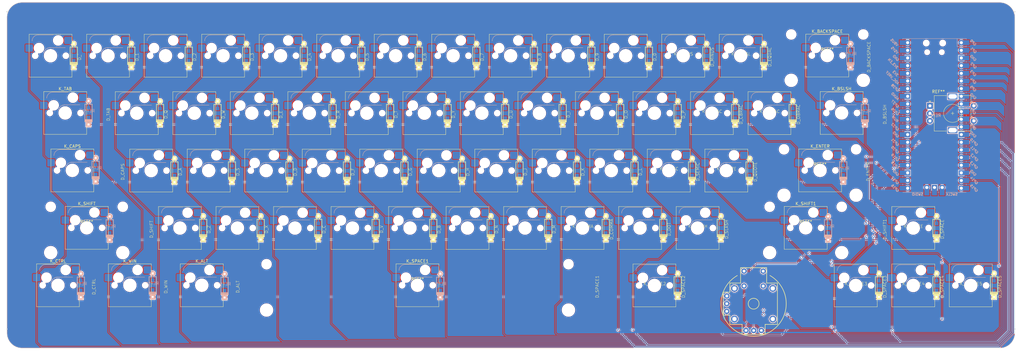
<source format=kicad_pcb>
(kicad_pcb (version 20221018) (generator pcbnew)
  (layers (0 "F.Cu" signal) (31 "B.Cu" signal) (34 "B.Paste" user) (35 "F.Paste" user) (36 "B.SilkS" user "B.Silkscreen") (37 "F.SilkS" user "F.Silkscreen") (38 "B.Mask" user) (39 "F.Mask" user) (44 "Edge.Cuts" user))
  (net 0 "")
  (footprint "personal:nothing" (layer "F.Cu") (at 440.50009 207.922334 90)
    (fp_text reference "D_ENTER")
    (fp_text value "D")
  )
  (footprint "personal:1u mx hotswap with diode" (layer "F.Cu") (at 244.73759 226.472334)
    (fp_text reference "K_C")
    (fp_text value "KEYSW")
  )
  (footprint "Mounting_Keyboard_Stabilizer:Stabilizer_Cherry_MX_2.00u" (layer "F.Cu") (at 418.56884 207.422334)
    (fp_text reference "REF**")
    (fp_text value "Stabilizer_Cherry_MX_2.00u")
  )
  (footprint "personal:1u mx hotswap with diode" (layer "F.Cu") (at 282.83759 226.472334)
    (fp_text reference "K_B")
    (fp_text value "KEYSW")
  )
  (footprint "personal:1u mx hotswap with diode" (layer "F.Cu") (at 292.36259 207.422334)
    (fp_text reference "K_H")
    (fp_text value "KEYSW")
  )
  (footprint "personal:nothing" (layer "F.Cu") (at 226.18759 246.022334 90)
    (fp_text reference "D_ALT")
    (fp_text value "D")
  )
  (footprint "personal:1u mx hotswap with diode" (layer "F.Cu") (at 182.82509 169.322334)
    (fp_text reference "K_1")
    (fp_text value "KEYSW")
  )
  (footprint "personal:nothing" (layer "F.Cu") (at 292.86259 226.972334 90)
    (fp_text reference "D_B")
    (fp_text value "D")
  )
  (footprint "Switch_Keyboard_Hotswap_Kailh:SW_Hotswap_Kailh_MX_2.00u" (layer "F.Cu") (at 420.95009 169.322334)
    (fp_text reference "K_BACKSPACE")
    (fp_text value "KEYSW")
  )
  (footprint "personal:nothing" (layer "F.Cu") (at 216.66259 226.972334 90)
    (fp_text reference "D_Z")
    (fp_text value "D")
  )
  (footprint "personal:nothing" (layer "F.Cu") (at 178.56259 246.022334 90)
    (fp_text reference "D_CTRL")
    (fp_text value "D")
  )
  (footprint "personal:nothing" (layer "F.Cu") (at 345.25009 169.822334 90)
    (fp_text reference "D_9")
    (fp_text value "D")
  )
  (footprint "personal:1u mx hotswap with diode" (layer "F.Cu") (at 197.11259 207.422334)
    (fp_text reference "K_A")
    (fp_text value "KEYSW")
  )
  (footprint "personal:1u mx hotswap with diode" (layer "F.Cu") (at 311.41259 207.422334)
    (fp_text reference "K_J")
    (fp_text value "KEYSW")
  )
  (footprint "personal:nothing" (layer "F.Cu") (at 311.91259 226.972334 90)
    (fp_text reference "D_N")
    (fp_text value "D")
  )
  (footprint "personal:nothing" (layer "F.Cu") (at 297.62509 188.872334 90)
    (fp_text reference "D_Y")
    (fp_text value "D")
  )
  (footprint "personal:1u mx hotswap with diode" (layer "F.Cu") (at 325.70009 188.372334)
    (fp_text reference "K_I")
    (fp_text value "KEYSW")
  )
  (footprint "Switch_Keyboard_Hotswap_Kailh:SW_Hotswap_Kailh_MX_1.25u" (layer "F.Cu") (at 189.96884 245.522334)
    (fp_text reference "K_WIN")
    (fp_text value "KEYSW")
  )
  (footprint "PS4_joystick_footprint-main:PS4_joystick" (layer "F.Cu") (at 396.566235 251.639321)
    (fp_text reference "REF**" hide)
    (fp_text value "XDCR_COM-09032" hide)
  )
  (footprint "personal:1u mx hotswap with diode" (layer "F.Cu") (at 449.52509 245.522334)
    (fp_text reference "K_SPACE4")
    (fp_text value "KEYSW")
  )
  (footprint "personal:nothing" (layer "F.Cu") (at 383.35009 169.822334 90)
    (fp_text reference "D_MINUS")
    (fp_text value "D")
  )
  (footprint "personal:nothing" (layer "F.Cu") (at 269.05009 169.822334 90)
    (fp_text reference "D_5")
    (fp_text value "D")
  )
  (footprint "personal:nothing" (layer "F.Cu") (at 288.10009 169.822334 90)
    (fp_text reference "D_6")
    (fp_text value "D")
  )
  (footprint "personal:nothing" (layer "F.Cu") (at 335.72509 188.872334 90)
    (fp_text reference "D_I")
    (fp_text value "D")
  )
  (footprint "personal:nothing" (layer "F.Cu") (at 316.67509 188.872334 90)
    (fp_text reference "D_U")
    (fp_text value "D")
  )
  (footprint "personal:nothing" (layer "F.Cu") (at 402.40009 169.822334 90)
    (fp_text reference "D_EQUAL")
    (fp_text value "D")
  )
  (footprint "personal:nothing" (layer "F.Cu") (at 440.50009 188.872334 90)
    (fp_text reference "D_BSLSH")
    (fp_text value "D")
  )
  (footprint "personal:1u mx hotswap with diode" (layer "F.Cu") (at 468.57509 245.522334)
    (fp_text reference "K_SPACE5")
    (fp_text value "KEYSW")
  )
  (footprint "Switch_Keyboard_Hotswap_Kailh:SW_Hotswap_Kailh_MX_1.75u" (layer "F.Cu") (at 170.91884 207.422334)
    (fp_text reference "K_CAPS")
    (fp_text value "KEYSW")
  )
  (footprint "Mounting_Keyboard_Stabilizer:Stabilizer_Cherry_MX_6.25u" (layer "F.Cu") (at 285.237077 245.522033)
    (fp_text reference "REF**")
    (fp_text value "Stabilizer_Cherry_MX_6.25u" hide)
  )
  (footprint "personal:1u mx hotswap with diode" (layer "F.Cu") (at 392.37509 169.322334)
    (fp_text reference "K_EQUAL")
    (fp_text value "KEYSW")
  )
  (footprint "personal:nothing" (layer "F.Cu") (at 283.33759 207.922334 90)
    (fp_text reference "D_G")
    (fp_text value "D")
  )
  (footprint "Switch_Keyboard_Hotswap_Kailh:SW_Hotswap_Kailh_MX_1.25u" (layer "F.Cu") (at 213.78134 245.522334)
    (fp_text reference "K_ALT")
    (fp_text value "KEYSW")
  )
  (footprint "personal:1u mx hotswap with diode" (layer "F.Cu") (at 320.93759 226.472334)
    (fp_text reference "K_M")
    (fp_text value "KEYSW")
  )
  (footprint "Switch_Keyboard_Hotswap_Kailh:SW_Hotswap_Kailh_MX_2.25u" (layer "F.Cu") (at 418.56884 207.422334)
    (fp_text reference "K_ENTER")
    (fp_text value "KEYSW")
  )
  (footprint "personal:nothing" (layer "F.Cu") (at 459.55009 246.022334 90)
    (fp_text reference "D_SPACE4")
    (fp_text value "D")
  )
  (footprint "Switch_Keyboard_Hotswap_Kailh:SW_Hotswap_Kailh_MX_2.75u" (layer "F.Cu") (at 413.80634 226.472334)
    (fp_text reference "K_SHIFT1")
    (fp_text value "KEYSW")
  )
  (footprint "personal:nothing" (layer "F.Cu") (at 373.82509 188.872334 90)
    (fp_text reference "D_P")
    (fp_text value "D")
  )
  (footprint "Switch_Keyboard_Hotswap_Kailh:SW_Hotswap_Kailh_MX_6.25u" (layer "F.Cu") (at 285.21884 245.522334)
    (fp_text reference "K_SPACE1")
    (fp_text value "KEYSW")
  )
  (footprint "personal:nothing" (layer "F.Cu") (at 207.13759 207.922334 90)
    (fp_text reference "D_A")
    (fp_text value "D")
  )
  (footprint "personal:nothing" (layer "F.Cu") (at 245.23759 207.922334 90)
    (fp_text reference "D_D")
    (fp_text value "D")
  )
  (footprint "personal:nothing" (layer "F.Cu") (at 354.77509 188.872334 90)
    (fp_text reference "D_O")
    (fp_text value "D")
  )
  (footprint "personal:nothing" (layer "F.Cu") (at 364.30009 169.822334 90)
    (fp_text reference "D_0")
    (fp_text value "D")
  )
  (footprint "personal:nothing" (layer "F.Cu") (at 221.42509 188.872334 90)
    (fp_text reference "D_W")
    (fp_text value "D")
  )
  (footprint "personal:1u mx hotswap with diode" (layer "F.Cu") (at 259.02509 169.322334)
    (fp_text reference "K_5")
    (fp_text value "KEYSW")
  )
  (footprint "personal:1u mx hotswap with diode" (layer "F.Cu") (at 225.68759 226.472334)
    (fp_text reference "K_X")
    (fp_text value "KEYSW")
  )
  (footprint "personal:nothing" (layer "F.Cu") (at 340.48759 207.922334 90)
    (fp_text reference "D_K")
    (fp_text value "D")
  )
  (footprint "personal:nothing" (layer "F.Cu") (at 250.00009 169.822334 90)
    (fp_text reference "D_4")
    (fp_text value "D")
  )
  (footprint "personal:nothing" (layer "F.Cu") (at 388.11259 226.972334 90)
    (fp_text reference "D_SLASH")
    (fp_text value "D")
  )
  (footprint "personal:nothing" (layer "F.Cu") (at 202.37509 246.022334 90)
    (fp_text reference "D_WIN")
    (fp_text value "D")
  )
  (footprint "personal:1u mx hotswap with diode" (layer "F.Cu") (at 359.03759 226.472334)
    (fp_text reference "K_DOT")
    (fp_text value "KEYSW")
  )
  (footprint "personal:1u mx hotswap with diode" (layer "F.Cu") (at 220.92509 169.322334)
    (fp_text reference "K_3")
    (fp_text value "KEYSW")
  )
  (footprint "personal:nothing" (layer "F.Cu") (at 211.90009 169.822334 90)
    (fp_text reference "D_2")
    (fp_text value "D")
  )
  (footprint "Mounting_Keyboard_Stabilizer:Stabilizer_Cherry_MX_2.00u" (layer "F.Cu") (at 420.95009 169.322334)
    (fp_text reference "REF**")
    (fp_text value "Stabilizer_Cherry_MX_2.00u")
  )
  (footprint "personal:nothing" (layer "F.Cu") (at 307.15009 169.822334 90)
    (fp_text reference "D_7")
    (fp_text value "D")
  )
  (footprint "personal:nothing" (layer "F.Cu") (at 188.08759 207.922334 90)
    (fp_text reference "D_CAPS")
    (fp_text value "D")
  )
  (footprint "personal:1u mx hotswap with diode" (layer "F.Cu") (at 278.07509 169.322334)
    (fp_text reference "K_6")
    (fp_text value "KEYSW")
  )
  (footprint "personal:nothing" (layer "F.Cu") (at 350.01259 226.972334 90)
    (fp_text reference "D_COMMA")
    (fp_text value "D")
  )
  (footprint "Switch_Keyboard_Hotswap_Kailh:SW_Hotswap_Kailh_MX_1.50u" (layer "F.Cu") (at 168.53759 188.372334)
    (fp_text reference "K_TAB")
    (fp_text value "KEYSW")
  )
  (footprint "personal:1u mx hotswap with diode" (layer "F.Cu") (at 301.88759 226.472334)
    (fp_text reference "K_N")
    (fp_text value "KEYSW")
  )
  (footprint "personal:1u mx hotswap with diode" (layer "F.Cu") (at 363.80009 245.522334)
    (fp_text reference "K_SPACE2")
    (fp_text value "KEYSW")
  )
  (footprint "personal:nothing" (layer "F.Cu") (at 397.63759 207.922334 90)
    (fp_text reference "D_QUOTE")
    (fp_text value "D")
  )
  (footprint "personal:nothing" (layer "F.Cu") (at 378.58759 207.922334 90)
    (fp_text reference "D_SEMIC")
    (fp_text value "D")
  )
  (footprint "personal:nothing" (layer "F.Cu") (at 259.52509 188.872334 90)
    (fp_text reference "D_R")
    (fp_text value "D")
  )
  (footprint "personal:nothing" (layer "F.Cu") (at 197.61259 226.972334 90)
    (fp_text reference "D_SHIFT")
    (fp_text value "D")
  )
  (footprint "personal:1u mx hotswap with diode" (layer "F.Cu") (at 387.61259 207.422334)
    (fp_text reference "K_QUOTE")
    (fp_text value "KEYSW")
  )
  (footprint "personal:nothing" (layer "F.Cu") (at 173.80009 169.822334 90)
    (fp_text reference "D_`")
    (fp_text value "D")
  )
  (footprint "personal:nothing" (layer "F.Cu") (at 330.96259 226.972334 90)
    (fp_text reference "D_M")
    (fp_text value "D")
  )
  (footprint "personal:1u mx hotswap with diode" (layer "F.Cu") (at 339.98759 226.472334)
    (fp_text reference "K_COMMA")
    (fp_text value "KEYSW")
  )
  (footprint "personal:nothing" (layer "F.Cu") (at 440.50009 169.822334 90)
    (fp_text reference "D_BACKSPACE")
    (fp_text value "D")
  )
  (footprint "personal:1u mx hotswap with diode" (layer "F.Cu") (at 263.78759 226.472334)
    (fp_text reference "K_V")
    (fp_text value "KEYSW")
  )
  (footprint "personal:1u mx hotswap with diode" (layer "F.Cu") (at 449.52509 226.472334)
    (fp_text reference "K_SPACE")
    (fp_text value "KEYSW")
  )
  (footprint "personal:1u mx hotswap with diode" (layer "F.Cu") (at 316.17509 169.322334)
    (fp_text reference "K_8")
    (fp_text value "KEYSW")
  )
  (footprint "personal:nothing" (layer "F.Cu") (at 230.95009 169.822334 90)
    (fp_text reference "D_3")
    (fp_text value "D")
  )
  (footprint "Switch_Keyboard_Hotswap_Kailh:SW_Hotswap_Kailh_MX_1.25u" (layer "F.Cu") (at 166.15634 245.522334)
    (fp_text reference "K_CTRL")
    (fp_text value "KEYSW")
  )
  (footprint "personal:nothing" (layer "F.Cu") (at 326.20009 169.822334 90)
    (fp_text reference "D_8")
    (fp_text value "D")
  )
  (footprint "personal:nothing" (layer "F.Cu") (at 440.50009 226.972334 90)
    (fp_text reference "D_SHIFT1")
    (fp_text value "D")
  )
  (footprint "personal:nothing" (layer "F.Cu") (at 226.18759 207.922334 90)
    (fp_text reference "D_S")
    (fp_text value "D")
  )
  (footprint "personal:nothing" (layer "F.Cu") (at 411.92509 188.872334 90)
    (fp_text reference "D_OBRAC")
    (fp_text value "D")
  )
  (footprint "personal:nothing" (layer "F.Cu") (at 440.50009 246.022334 90)
    (fp_text reference "D_SPACE3")
    (fp_text value "D")
  )
  (footprint "personal:1u mx hotswap with diode" (layer "F.Cu") (at 163.77509 169.322334)
    (fp_text reference "K_`")
    (fp_text value "KEYSW")
  )
  (footprint "Rotary_Encoder:RotaryEncoder_Alps_EC11E-Switch_Vertical_H20mm" (layer "F.Cu") (at 454.961348 186.000862)
    (fp_text reference "REF**")
    (fp_text value "RotaryEncoder_Alps_EC11E-Switch_Vertical_H20mm" hide)
  )
  (footprint "personal:nothing" (layer "F.Cu") (at 254.76259 226.972334 90)
    (fp_text reference "D_C")
    (fp_text value "D")
  )
  (footprint "personal:nothing" (layer "F.Cu") (at 345.25009 246.022334 90)
    (fp_text reference "D_SPACE1")
    (fp_text value "D")
  )
  (footprint "personal:1u mx hotswap with diode" (layer "F.Cu") (at 249.50009 188.372334)
    (fp_text reference "K_R")
    (fp_text value "KEYSW")
  )
  (footprint "personal:1u mx hotswap with diode" (layer "F.Cu") (at 363.80009 188.372334)
    (fp_text reference "K_P")
    (fp_text value "KEYSW")
  )
  (footprint "personal:nothing" (layer "F.Cu") (at 373.82509 246.022334 90)
    (fp_text reference "D_SPACE2")
    (fp_text value "D")
  )
  (footprint "personal:1u mx hotswap with diode" (layer "F.Cu") (at 211.40009 188.372334)
    (fp_text reference "K_W")
    (fp_text value "KEYSW")
  )
  (footprint "personal:1u mx hotswap with diode" (layer "F.Cu") (at 287.60009 188.372334)
    (fp_text reference "K_Y")
    (fp_text value "KEYSW")
  )
  (footprint "personal:1u mx hotswap with diode" (layer "F.Cu") (at 330.46259 207.422334)
    (fp_text reference "K_K")
    (fp_text value "KEYSW")
  )
  (footprint "personal:1u mx hotswap with diode" (layer "F.Cu") (at 354.27509 169.322334)
    (fp_text reference "K_0")
    (fp_text value "KEYSW")
  )
  (footprint "personal:1u mx hotswap with diode" (layer "F.Cu") (at 273.31259 207.422334)
    (fp_text reference "K_G")
    (fp_text value "KEYSW")
  )
  (footprint "personal:1u mx hotswap with diode" (layer "F.Cu") (at 349.51259 207.422334)
    (fp_text reference "K_L")
    (fp_text value "KEYSW")
  )
  (footprint "personal:1u mx hotswap with diode" (layer "F.Cu") (at 206.63759 226.472334)
    (fp_text reference "K_Z")
    (fp_text value "KEYSW")
  )
  (footprint "personal:1u mx hotswap with diode" (layer "F.Cu") (at 335.22509 169.322334)
    (fp_text reference "K_9")
    (fp_text value "KEYSW")
  )
  (footprint "personal:nothing" (layer "F.Cu") (at 235.71259 226.972334 90)
    (fp_text reference "D_X")
    (fp_text value "D")
  )
  (footprint "personal:1u mx hotswap with diode" (layer "F.Cu") (at 239.97509 169.322334)
    (fp_text reference "K_4")
    (fp_text value "KEYSW")
  )
  (footprint "personal:nothing" (layer "F.Cu") (at 278.57509 188.872334 90)
    (fp_text reference "D_T")
    (fp_text value "D")
  )
  (footprint "Mounting_Keyboard_Stabilizer:Stabilizer_Cherry_MX_2.00u" (layer "F.Cu") (at 175.68134 226.472334)
    (fp_text reference "REF**")
    (fp_text value "Stabilizer_Cherry_MX_2.00u")
  )
  (footprint "personal:nothing" (layer "F.Cu") (at 321.43759 207.922334 90)
    (fp_text reference "D_J")
    (fp_text value "D")
  )
  (footprint "personal:1u mx hotswap with diode" (layer "F.Cu") (at 378.08759 226.472334)
    (fp_text reference "K_SLASH")
    (fp_text value "KEYSW")
  )
  (footprint "personal:1u mx hotswap with diode" (layer "F.Cu") (at 216.16259 207.422334)
    (fp_text reference "K_S")
    (fp_text value "KEYSW")
  )
  (footprint "personal:1u mx hotswap with diode" (layer "F.Cu") (at 344.75009 188.372334)
    (fp_text reference "K_O")
    (fp_text value "KEYSW")
  )
  (footprint "personal:1u mx hotswap with diode" (layer "F.Cu") (at 254.26259 207.422334)
    (fp_text reference "K_F")
    (fp_text value "KEYSW")
  )
  (footprint "personal:nothing" (layer "F.Cu") (at 240.47509 188.872334 90)
    (fp_text reference "D_E")
    (fp_text value "D")
  )
  (footprint "personal:1u mx hotswap with diode" (layer "F.Cu") (at 382.85009 188.372334)
    (fp_text reference "K_CBRAC")
    (fp_text value "KEYSW")
  )
  (footprint "personal:nothing" (layer "F.Cu") (at 369.06259 226.972334 90)
    (fp_text reference "D_DOT")
    (fp_text value "D")
  )
  (footprint "personal:1u mx hotswap with diode" (layer "F.Cu") (at 430.47509 245.522334)
    (fp_text reference "K_SPACE3")
    (fp_text value "KEYSW")
  )
  (footprint "personal:nothing" (layer "F.Cu") (at 264.28759 207.922334 90)
    (fp_text reference "D_F")
    (fp_text value "D")
  )
  (footprint "Switch_Keyboard_Hotswap_Kailh:SW_Hotswap_Kailh_MX_2.25u" (layer "F.Cu") (at 175.68134 226.472334)
    (fp_text reference "K_SHIFT")
    (fp_text value "KEYSW")
  )
  (footprint "personal:nothing" (layer "F.Cu") (at 273.81259 226.972334 90)
    (fp_text reference "D_V")
    (fp_text value "D")
  )
  (footprint "personal:nothing" (layer "F.Cu") (at 192.85009 169.822334 90)
    (fp_text reference "D_1")
    (fp_text value "D")
  )
  (footprint "Switch_Keyboard_Hotswap_Kailh:SW_Hotswap_Kailh_MX_1.50u" (layer "F.Cu") (at 425.71259 188.372334)
    (fp_text reference "K_BSLSH")
    (fp_text value "KEYSW")
  )
  (footprint "personal:1u mx hotswap with diode" (layer "F.Cu") (at 306.65009 188.372334)
    (fp_text reference "K_U")
    (fp_text value "KEYSW")
  )
  (footprint "personal:nothing" (layer "F.Cu") (at 302.38759 207.922334 90)
    (fp_text reference "D_H")
    (fp_text value "D")
  )
  (footprint "personal:nothing" (layer "F.Cu") (at 183.32509 188.872334 90)
    (fp_text reference "D_TAB")
    (fp_text value "D")
  )
  (footprint "personal:nothing" (layer "F.Cu") (at 392.87509 188.872334 90)
    (fp_text reference "D_CBRAC")
    (fp_text value "D")
  )
  (footprint "personal:1u mx hotswap with diode" (layer "F.Cu") (at 192.35009 188.372334)
    (fp_text reference "K_Q")
    (fp_text value "KEYSW")
  )
  (footprint "personal:1u mx hotswap with diode" (layer "F.Cu") (at 368.56259 207.422334)
    (fp_text reference "K_SEMIC")
    (fp_text value "KEYSW")
  )
  (footprint "personal:1u mx hotswap with diode" (layer "F.Cu") (at 230.45009 188.372334)
    (fp_text reference "K_E")
    (fp_text value "KEYSW")
  )
  (footprint "personal:nothing" (layer "F.Cu") (at 359.53759 207.922334 90)
    (fp_text reference "D_L")
    (fp_text value "D")
  )
  (footprint "personal:1u mx hotswap with diode" (layer "F.Cu") (at 297.12509 169.322334)
    (fp_text reference "K_7")
    (fp_text value "KEYSW")
  )
  (footprint "personal:nothing" (layer "F.Cu") (at 478.60009 246.022334 90)
    (fp_text reference "D_SPACE5")
    (fp_text value "D")
  )
  (footprint "personal:1u mx hotswap with diode" (layer "F.Cu") (at 201.87509 169.322334)
    (fp_text reference "K_2")
    (fp_text value "KEYSW")
  )
  (footprint "personal:1u mx hotswap with diode" (layer "F.Cu") (at 235.21259 207.422334)
    (fp_text reference "K_D")
    (fp_text value "KEYSW")
  )
  (footprint "personal:1u mx hotswap with diode" (layer "F.Cu") (at 401.90009 188.372334)
    (fp_text reference "K_OBRAC")
    (fp_text value "KEYSW")
  )
  (footprint "personal:nothing" (layer "F.Cu") (at 202.37509 188.872334 90)
    (fp_text reference "D_Q")
    (fp_text value "D")
  )
  (footprint "personal:nothing" (layer "F.Cu") (at 459.55009 226.972334 90)
    (fp_text reference "D_SPACE")
    (fp_text value "D")
  )
  (footprint "personal:1u mx hotswap with diode" (layer "F.Cu") (at 268.55009 188.372334)
    (fp_text reference "K_T")
    (fp_text value "KEYSW")
  )
  (footprint "personal:1u mx hotswap with diode" (layer "F.Cu") (at 373.32509 169.322334)
    (fp_text reference "K_MINUS")
    (fp_text value "KEYSW")
  )
  (footprint "Mounting_Keyboard_Stabilizer:Stabilizer_Cherry_MX_2.00u" (layer "F.Cu") (at 413.80634 226.472334)
    (fp_text reference "REF**")
    (fp_text value "Stabilizer_Cherry_MX_2.00u")
  )
  (footprint "personal:diode tht smd" (layer "B.Cu") (at 428.562763 169.279635 180)
    (fp_text reference "REF**")
    (fp_text value "diode tht smd")
  )
  (footprint "personal:diode tht smd" (layer "B.Cu") (at 433.368817 188.259003 180)
    (fp_text reference "REF**")
    (fp_text value "diode tht smd")
  )
  (footprint "personal:diode tht smd" (layer "B.Cu") (at 197.474122 245.429286 180)
    (fp_text reference "REF**")
    (fp_text value "diode tht smd")
  )
  (footprint "personal:diode tht smd" (layer "B.Cu") (at 183.23864 226.511413 180)
    (fp_text reference "REF**")
    (fp_text value "diode tht smd")
  )
  (footprint "personal:diode tht smd" (layer "B.Cu") (at 421.169467 226.497573 180)
    (fp_text reference "REF**")
    (fp_text value "diode tht smd")
  )
  (footprint "personal:diode tht smd" (layer "B.Cu") (at 173.674708 245.527226 180)
    (fp_text reference "REF**")
    (fp_text value "diode tht smd")
  )
  (footprint "personal:diode tht smd" (layer "B.Cu") (at 176.21494 188.216878 180)
    (fp_text reference "REF**")
    (fp_text value "diode tht smd")
  )
  (footprint "personal:diode tht smd" (layer "B.Cu") (at 292.699326 245.551273 180)
    (fp_text reference "REF**")
    (fp_text value "diode tht smd")
  )
  (footprint "MCU_RaspberryPi_and_Boards:RPi_Pico_SMD_TH" (layer "B.Cu") (at 456.46542 189.192046 180)
    (fp_text reference "REF**")
    (fp_text value "RPi_Pico_SMD_TH")
  )
  (footprint "personal:diode tht smd" (layer "B.Cu") (at 178.572497 207.133286 180)
    (fp_text reference "REF**")
    (fp_text value "diode tht smd")
  )
  (footprint "personal:diode tht smd" (layer "B.Cu") (at 426.188888 207.28268 180)
    (fp_text reference "REF**")
    (fp_text value "diode tht smd")
  )
  (footprint "personal:diode tht smd" (layer "B.Cu") (at 221.273537 245.61817 180)
    (fp_text reference "REF**")
    (fp_text value "diode tht smd")
  )
  (gr_arc (start 154.25009 266.363649) (mid 150.714556 264.899183) (end 149.25009 261.363649) (stroke (width 0.1)) (layer "Edge.Cuts"))
  (gr_arc (start 478.10009 151.698516) (mid 481.635624 153.162982) (end 483.10009 156.698516) (stroke (width 0.1)) (layer "Edge.Cuts"))
  (gr_arc (start 149.25009 154.797334) (mid 149.25009 154.797334) (end 149.25009 154.797334) (stroke (width 0.2)) (layer "Edge.Cuts"))
  (gr_line (start 154.25009 151.698516) (end 478.10009 151.698516) (stroke (width 0.1)) (layer "Edge.Cuts"))
  (gr_line (start 478.10009 266.363649) (end 154.25009 266.363649) (stroke (width 0.1)) (layer "Edge.Cuts"))
  (gr_line (start 483.10009 156.698516) (end 483.10009 261.363649) (stroke (width 0.1)) (layer "Edge.Cuts"))
  (gr_line (start 149.25009 261.363649) (end 149.25009 156.698516) (stroke (width 0.1)) (layer "Edge.Cuts"))
  (gr_arc (start 483.10009 261.363649) (mid 481.635606 264.899148) (end 478.10009 266.363649) (stroke (width 0.1)) (layer "Edge.Cuts"))
  (gr_arc (start 149.25009 260.047334) (mid 149.25009 260.047334) (end 149.25009 260.047334) (stroke (width 0.2)) (layer "Edge.Cuts"))
  (gr_arc (start 149.25009 156.698516) (mid 150.71455 153.162968) (end 154.25009 151.698516) (stroke (width 0.1)) (layer "Edge.Cuts"))
  (gr_arc (start 483.10009 260.047334) (mid 483.10009 260.047334) (end 483.10009 260.047334) (stroke (width 0.2)) (layer "Edge.Cuts"))
  (gr_arc (start 483.10009 154.797334) (mid 483.10009 154.797334) (end 483.10009 154.797334) (stroke (width 0.2)) (layer "Edge.Cuts"))
  (segment (start 481.589494 207.026068) (end 477.725472 203.162046) (width 0.25) (layer "F.Cu") (net 0))
  (segment (start 396.363189 239.201631) (end 396.810915 238.753905) (width 0.2) (layer "F.Cu") (net 0))
  (segment (start 178.841545 211.302334) (end 178.632497 211.093286) (width 0.25) (layer "F.Cu") (net 0))
  (segment (start 440.646179 234.981073) (end 437.129667 231.464561) (width 0.25) (layer "F.Cu") (net 0))
  (segment (start 447.57542 187.922046) (end 443.865642 187.922046) (width 0.25) (layer "F.Cu") (net 0))
  (segment (start 408.705637 259.134158) (end 408.705637 249.973272) (width 0.25) (layer "F.Cu") (net 0))
  (segment (start 449.6847 163.47096) (end 450.662868 164.449128) (width 0.25) (layer "F.Cu") (net 0))
  (segment (start 443.865642 187.922046) (end 443.101863 188.685825) (width 0.25) (layer "F.Cu") (net 0))
  (segment (start 442.220404 189.567284) (end 442.220404 201.320082) (width 0.25) (layer "F.Cu") (net 0))
  (segment (start 437.39084 227.474816) (end 437.39084 211.587548) (width 0.2) (layer "F.Cu") (net 0))
  (segment (start 450.662868 209.07303) (end 451.512847 209.923009) (width 0.25) (layer "F.Cu") (net 0))
  (segment (start 407.384752 255.256908) (end 407.636597 255.256908) (width 0.2) (layer "F.Cu") (net 0))
  (segment (start 442.220404 201.320082) (end 442.220404 202.98817) (width 0.25) (layer "F.Cu") (net 0))
  (segment (start 415.180024 237.973828) (end 421.637279 237.973828) (width 0.2) (layer "F.Cu") (net 0))
  (segment (start 436.295625 228.570031) (end 437.352755 227.512901) (width 0.2) (layer "F.Cu") (net 0))
  (segment (start 477.281797 264.396003) (end 480.981753 260.696047) (width 0.25) (layer "F.Cu") (net 0))
  (segment (start 204.72259 211.302334) (end 426.189234 211.302334) (width 0.25) (layer "F.Cu") (net 0))
  (segment (start 439.039096 173.239635) (end 442.446403 169.832328) (width 0.25) (layer "F.Cu") (net 0))
  (segment (start 432.572458 204.91911) (end 426.248888 211.24268) (width 0.2) (layer "F.Cu") (net 0))
  (segment (start 451.349925 198.129009) (end 462.838219 186.640715) (width 0.2) (layer "F.Cu") (net 0))
  (segment (start 478.684651 198.082046) (end 465.35542 198.082046) (width 0.25) (layer "F.Cu") (net 0))
  (segment (start 437.352755 227.512901) (end 437.39084 227.474816) (width 0.2) (layer "F.Cu") (net 0))
  (segment (start 477.177714 205.702046) (end 465.35542 205.702046) (width 0.25) (layer "F.Cu") (net 0))
  (segment (start 443.964045 206.514133) (end 444.776132 205.702046) (width 0.25) (layer "F.Cu") (net 0))
  (segment (start 444.776132 205.702046) (end 447.57542 205.702046) (width 0.25) (layer "F.Cu") (net 0))
  (segment (start 440.646179 249.402334) (end 476.18509 249.402334) (width 0.25) (layer "F.Cu") (net 0))
  (segment (start 438.160372 214.870735) (end 443.964045 209.067062) (width 0.25) (layer "F.Cu") (net 0))
  (segment (start 414.399947 238.753905) (end 415.180024 237.973828) (width 0.2) (layer "F.Cu") (net 0))
  (segment (start 439.644746 202.92277) (end 437.296256 202.92277) (width 0.2) (layer "F.Cu") (net 0))
  (segment (start 480.981753 209.506085) (end 477.177714 205.702046) (width 0.25) (layer "F.Cu") (net 0))
  (segment (start 441.191577 189.958939) (end 441.191577 201.375939) (width 0.2) (layer "F.Cu") (net 0))
  (segment (start 458.992738 256.678283) (end 458.984444 256.678283) (width 0.2) (layer "F.Cu") (net 0))
  (segment (start 449.986155 214.941602) (end 449.986155 177.632781) (width 0.2) (layer "F.Cu") (net 0))
  (segment (start 371.41009 249.402334) (end 371.603259 249.595503) (width 0.25) (layer "F.Cu") (net 0))
  (segment (start 396.810915 238.753905) (end 414.399947 238.753905) (width 0.2) (layer "F.Cu") (net 0))
  (segment (start 423.586099 260.624889) (end 427.881466 264.920256) (width 0.25) (layer "F.Cu") (net 0))
  (segment (start 415.200839 237.17936) (end 422.014752 237.17936) (width 0.2) (layer "F.Cu") (net 0))
  (segment (start 482.586534 261.277842) (end 482.586534 201.983929) (width 0.25) (layer "F.Cu") (net 0))
  (segment (start 478.036128 200.622046) (end 465.35542 200.622046) (width 0.25) (layer "F.Cu") (net 0))
  (segment (start 441.191577 201.375939) (end 439.644746 202.92277) (width 0.2) (layer "F.Cu") (net 0))
  (segment (start 469.461348 194.561181) (end 468.480483 195.542046) (width 0.2) (layer "F.Cu") (net 0))
  (segment (start 438.160372 230.352334) (end 457.13509 230.352334) (width 0.25) (layer "F.Cu") (net 0))
  (segment (start 394.041235 257.834022) (end 394.4147 257.460557) (width 0.2) (layer "F.Cu") (net 0))
  (segment (start 443.964045 209.067062) (end 443.964045 206.514133) (width 0.25) (layer "F.Cu") (net 0))
  (segment (start 214.24759 230.352334) (end 214.128511 230.471413) (width 0.25) (layer "F.Cu") (net 0))
  (segment (start 436.017347 227.303857) (end 436.017347 211.08605) (width 0.25) (layer "F.Cu") (net 0))
  (segment (start 482.108913 204.694831) (end 478.036128 200.622046) (width 0.25) (layer "F.Cu") (net 0))
  (segment (start 440.646179 249.402334) (end 440.646179 234.981073) (width 0.25) (layer "F.Cu") (net 0))
  (segment (start 436.017347 211.08605) (end 443.941351 203.162046) (width 0.25) (layer "F.Cu") (net 0))
  (segment (start 428.622763 173.239635) (end 439.039096 173.239635) (width 0.25) (layer "F.Cu") (net 0))
  (segment (start 199.96009 192.252334) (end 433.395486 192.252334) (width 0.25) (layer "F.Cu") (net 0))
  (segment (start 468.480483 195.542046) (end 465.35542 195.542046) (width 0.2) (layer "F.Cu") (net 0))
  (segment (start 437.514152 249.973272) (end 438.08509 249.402334) (width 0.25) (layer "F.Cu") (net 0))
  (segment (start 477.460855 264.920256) (end 481.589494 260.791617) (width 0.25) (layer "F.Cu") (net 0))
  (segment (start 357.242604 265.940488) (end 477.923888 265.940488) (width 0.25) (layer "F.Cu") (net 0))
  (segment (start 438.08509 249.402334) (end 440.646179 249.402334) (width 0.25) (layer "F.Cu") (net 0))
  (segment (start 422.369568 259.3494) (end 456.321621 259.3494) (width 0.2) (layer "F.Cu") (net 0))
  (segment (start 442.10413 183.32545) (end 441.191577 184.238003) (width 0.2) (layer "F.Cu") (net 0))
  (segment (start 477.831591 239.115289) (end 477.831591 209.434228) (width 0.2) (layer "F.Cu") (net 0))
  (segment (start 433.744271 224.970326) (end 433.744271 205.954031) (width 0.2) (layer "F.Cu") (net 0))
  (segment (start 384.622896 249.595503) (end 384.622896 260.078579) (width 0.25) (layer "F.Cu") (net 0))
  (segment (start 443.770854 163.47096) (end 449.6847 163.47096) (width 0.25) (layer "F.Cu") (net 0))
  (segment (start 204.72259 211.302334) (end 178.841545 211.302334) (width 0.25) (layer "F.Cu") (net 0))
  (segment (start 441.00315 204.205424) (end 434.638448 210.570126) (width 0.25) (layer "F.Cu") (net 0))
  (segment (start 452.315728 217.271175) (end 449.986155 214.941602) (width 0.2) (layer "F.Cu") (net 0))
  (segment (start 445.127534 180.302046) (end 442.10413 183.32545) (width 0.2) (layer "F.Cu") (net 0))
  (segment (start 399.859494 253.720071) (end 399.859494 250.083795) (width 0.2) (layer "F.Cu") (net 0))
  (segment (start 396.363189 246.58749) (end 396.363189 239.201631) (width 0.2) (layer "F.Cu") (net 0))
  (segment (start 442.489791 261.453142) (end 445.432652 264.396003) (width 0.25) (layer "F.Cu") (net 0))
  (segment (start 476.639409 208.242046) (end 465.35542 208.242046) (width 0.2) (layer "F.Cu") (net 0))
  (segment (start 433.744271 205.954031) (end 433.750099 205.948203) (width 0.2) (layer "F.Cu") (net 0))
  (segment (start 461.956383 209.923009) (end 465.35542 213.322046) (width 0.25) (layer "F.Cu") (net 0))
  (segment (start 449.986155 177.632781) (end 447.57542 175.222046) (width 0.2) (layer "F.Cu") (net 0))
  (segment (start 434.638448 210.570126) (end 434.638448 214.613334) (width 0.25) (layer "F.Cu") (net 0))
  (segment (start 445.432652 264.396003) (end 477.281797 264.396003) (width 0.25) (layer "F.Cu") (net 0))
  (segment (start 436.295625 229.291367) (end 436.295625 228.570031) (width 0.2) (layer "F.Cu") (net 0))
  (segment (start 396.713503 238.140105) (end 414.240094 238.140105) (width 0.2) (layer "F.Cu") (net 0))
  (segment (start 477.923888 265.940488) (end 482.586534 261.277842) (width 0.25) (layer "F.Cu") (net 0))
  (segment (start 405.689415 262.15038) (end 408.705637 259.134158) (width 0.25) (layer "F.Cu") (net 0))
  (segment (start 421.637279 237.973828) (end 422.445669 238.782218) (width 0.2) (layer "F.Cu") (net 0))
  (segment (start 442.489791 260.55769) (end 442.489791 261.453142) (width 0.25) (layer "F.Cu") (net 0))
  (segment (start 437.39084 211.587548) (end 442.259053 206.719335) (width 0.2) (layer "F.Cu") (net 0))
  (segment (start 443.101863 188.685825) (end 442.220404 189.567284) (width 0.25) (layer "F.Cu") (net 0))
  (segment (start 422.014752 237.17936) (end 422.419015 237.583623) (width 0.2) (layer "F.Cu") (net 0))
  (segment (start 437.296256 202.92277) (end 437.289003 202.930023) (width 0.2) (layer "F.Cu") (net 0))
  (segment (start 442.446403 169.832328) (end 442.446403 164.795411) (width 0.25) (layer "F.Cu") (net 0))
  (segment (start 395.773747 239.079861) (end 396.713503 238.140105) (width 0.2) (layer "F.Cu") (net 0))
  (segment (start 171.388423 173.199001) (end 428.582129 173.199001) (width 0.25) (layer "F.Cu") (net 0))
  (segment (start 437.289003 202.930023) (end 433.900733 202.930023) (width 0.2) (layer "F.Cu") (net 0))
  (segment (start 408.705637 249.973272) (end 437.514152 249.973272) (width 0.25) (layer "F.Cu") (net 0))
  (segment (start 199.884634 192.176878) (end 176.27494 192.176878) (width 0.25) (layer "F.Cu") (net 0))
  (segment (start 214.24759 230.352334) (end 438.160372 230.352334) (width 0.25) (layer "F.Cu") (net 0))
  (segment (start 482.108913 261.074574) (end 482.108913 204.694831) (width 0.25) (layer "F.Cu") (net 0))
  (segment (start 356.510874 260.336811) (end 361.610859 265.436796) (width 0.25) (layer "F.Cu") (net 0))
  (segment (start 434.638448 214.613334) (end 434.638448 228.504489) (width 0.25) (layer "F.Cu") (net 0))
  (segment (start 482.586534 201.983929) (end 478.684651 198.082046) (width 0.25) (layer "F.Cu") (net 0))
  (segment (start 433.900733 202.930023) (end 433.871558 202.900848) (width 0.2) (layer "F.Cu") (net 0))
  (segment (start 434.638448 228.504489) (end 433.849492 229.293445) (width 0.25) (layer "F.Cu") (net 0))
  (segment (start 458.984444 256.678283) (end 458.971576 256.691151) (width 0.2) (layer "F.Cu") (net 0))
  (segment (start 481.589494 260.791617) (end 481.589494 207.026068) (width 0.25) (layer "F.Cu") (net 0))
  (segment (start 399.859494 250.083795) (end 396.363189 246.58749) (width 0.2) (layer "F.Cu") (net 0))
  (segment (start 458.971278 219.141658) (end 457.100795 217.271175) (width 0.2) (layer "F.Cu") (net 0))
  (segment (start 477.725472 203.162046) (end 465.35542 203.162046) (width 0.25) (layer "F.Cu") (net 0))
  (segment (start 384.622896 260.078579) (end 386.694697 262.15038) (width 0.25) (layer "F.Cu") (net 0))
  (segment (start 397.464374 255.445165) (end 397.632271 255.277268) (width 0.2) (layer "F.Cu") (net 0))
  (segment (start 176.062078 249.402334) (end 176.020459 249.443953) (width 0.25) (layer "F.Cu") (net 0))
  (segment (start 480.981753 260.696047) (end 480.981753 209.506085) (width 0.25) (layer "F.Cu") (net 0))
  (segment (start 442.259053 206.719335) (end 442.986466 206.719335) (width 0.2) (layer "F.Cu") (net 0))
  (segment (start 397.310925 254.564332) (end 406.692176 254.564332) (width 0.2) (layer "F.Cu") (net 0))
  (segment (start 441.191577 184.238003) (end 441.191577 189.958939) (width 0.2) (layer "F.Cu") (net 0))
  (segment (start 390.709838 251.624521) (end 395.773747 246.560612) (width 0.2) (layer "F.Cu") (net 0))
  (segment (start 351.722987 260.420871) (end 357.242604 265.940488) (width 0.25) (layer "F.Cu") (net 0))
  (segment (start 394.4147 257.460557) (end 397.310925 254.564332) (width 0.2) (layer "F.Cu") (net 0))
  (segment (start 386.694697 262.15038) (end 405.689415 262.15038) (width 0.25) (layer "F.Cu") (net 0))
  (segment (start 456.321621 259.3494) (end 458.992738 256.678283) (width 0.2) (layer "F.Cu") (net 0))
  (segment (start 387.661235 251.624521) (end 390.709838 251.624521) (width 0.2) (layer "F.Cu") (net 0))
  (segment (start 414.240094 238.140105) (end 415.200839 237.17936) (width 0.2) (layer "F.Cu") (net 0))
  (segment (start 433.395486 192.252334) (end 433.428817 192.219003) (width 0.25) (layer "F.Cu") (net 0))
  (segment (start 361.610859 265.436796) (end 477.746691 265.436796) (width 0.25) (layer "F.Cu") (net 0))
  (segment (start 397.632271 255.277268) (end 399.833588 255.277268) (width 0.2) (layer "F.Cu") (net 0))
  (segment (start 468.869435 186.000862) (end 469.461348 186.000862) (width 0.2) (layer "F.Cu") (net 0))
  (segment (start 428.582129 173.199001) (end 428.622763 173.239635) (width 0.25) (layer "F.Cu") (net 0))
  (segment (start 199.96009 192.252334) (end 199.884634 192.176878) (width 0.25) (layer "F.Cu") (net 0))
  (segment (start 451.512847 209.923009) (end 461.956383 209.923009) (width 0.25) (layer "F.Cu") (net 0))
  (segment (start 458.971278 237.960126) (end 458.971278 219.141658) (width 0.2) (layer "F.Cu") (net 0))
  (segment (start 447.57542 180.302046) (end 445.127534 180.302046) (width 0.2) (layer "F.Cu") (net 0))
  (segment (start 442.446403 164.795411) (end 443.770854 163.47096) (width 0.25) (layer "F.Cu") (net 0))
  (segment (start 214.128511 230.471413) (end 183.29864 230.471413) (width 0.25) (layer "F.Cu") (net 0))
  (segment (start 413.872335 234.923393) (end 414.972993 234.923393) (width 0.2) (layer "F.Cu") (net 0))
  (segment (start 394.041235 260.514521) (end 394.041235 257.834022) (width 0.2) (layer "F.Cu") (net 0))
  (segment (start 395.773747 246.560612) (end 395.773747 239.079861) (width 0.2) (layer "F.Cu") (net 0))
  (segment (start 171.38509 173.202334) (end 171.388423 173.199001) (width 0.25) (layer "F.Cu") (net 0))
  (segment (start 438.160372 230.352334) (end 438.160372 214.870735) (width 0.25) (layer "F.Cu") (net 0))
  (segment (start 371.41009 249.402334) (end 176.062078 249.402334) (width 0.25) (layer "F.Cu") (net 0))
  (segment (start 477.831591 209.434228) (end 476.639409 208.242046) (width 0.2) (layer "F.Cu") (net 0))
  (segment (start 469.461348 191.000862) (end 469.461348 194.561181) (width 0.2) (layer "F.Cu") (net 0))
  (segment (start 468.229582 186.640715) (end 468.869435 186.000862) (width 0.2) (layer "F.Cu") (net 0))
  (segment (start 396.581235 260.534521) (end 396.581235 256.328304) (width 0.2) (layer "F.Cu") (net 0))
  (segment (start 443.941351 203.162046) (end 447.57542 203.162046) (width 0.25) (layer "F.Cu") (net 0))
  (segment (start 173.832648 249.389286) (end 197.534122 249.389286) (width 0.25) (layer "F.Cu") (net 0))
  (segment (start 450.662868 164.449128) (end 450.662868 209.07303) (width 0.25) (layer "F.Cu") (net 0))
  (segment (start 477.746691 265.436796) (end 482.108913 261.074574) (width 0.25) (layer "F.Cu") (net 0))
  (segment (start 412.417226 236.378502) (end 413.872335 234.923393) (width 0.2) (layer "F.Cu") (net 0))
  (segment (start 457.100795 217.271175) (end 452.315728 217.271175) (width 0.2) (layer "F.Cu") (net 0))
  (segment (start 442.220404 202.98817) (end 441.00315 204.205424) (width 0.25) (layer "F.Cu") (net 0))
  (segment (start 426.189234 211.302334) (end 426.248888 211.24268) (width 0.25) (layer "F.Cu") (net 0))
  (segment (start 406.692176 254.564332) (end 407.384752 255.256908) (width 0.2) (layer "F.Cu") (net 0))
  (segment (start 396.581235 256.328304) (end 397.464374 255.445165) (width 0.2) (layer "F.Cu") (net 0))
  (segment (start 437.220178 204.91911) (end 432.572458 204.91911) (width 0.2) (layer "F.Cu") (net 0))
  (segment (start 462.838219 186.640715) (end 468.229582 186.640715) (width 0.2) (layer "F.Cu") (net 0))
  (segment (start 427.881466 264.920256) (end 477.460855 264.920256) (width 0.25) (layer "F.Cu") (net 0))
  (segment (start 173.734708 249.487226) (end 173.832648 249.389286) (width 0.25) (layer "F.Cu") (net 0))
  (segment (start 371.603259 249.595503) (end 384.622896 249.595503) (width 0.25) (layer "F.Cu") (net 0))
  (via (at 399.833588 255.277268) (size 0.8) (drill 0.4) (layers "F.Cu" "B.Cu") (net 0))
  (via (at 477.831591 239.115289) (size 0.8) (drill 0.4) (layers "F.Cu" "B.Cu") (net 0))
  (via (at 412.417226 236.378502) (size 0.8) (drill 0.4) (layers "F.Cu" "B.Cu") (net 0))
  (via (at 458.971576 256.691151) (size 0.8) (drill 0.4) (layers "F.Cu" "B.Cu") (net 0))
  (via (at 458.971278 237.960126) (size 0.8) (drill 0.4) (layers "F.Cu" "B.Cu") (net 0))
  (via (at 356.510874 260.336811) (size 0.8) (drill 0.4) (layers "F.Cu" "B.Cu") (net 0))
  (via (at 436.295625 229.291367) (size 0.8) (drill 0.4) (layers "F.Cu" "B.Cu") (net 0))
  (via (at 399.859494 253.720071) (size 0.8) (drill 0.4) (layers "F.Cu" "B.Cu") (net 0))
  (via (at 351.722987 260.420871) (size 0.8) (drill 0.4) (layers "F.Cu" "B.Cu") (net 0))
  (via (at 442.489791 260.55769) (size 0.8) (drill 0.4) (layers "F.Cu" "B.Cu") (net 0))
  (via (at 433.871558 202.900848) (size 0.8) (drill 0.4) (layers "F.Cu" "B.Cu") (net 0))
  (via (at 407.636597 255.256908) (size 0.8) (drill 0.4) (layers "F.Cu" "B.Cu") (net 0))
  (via (at 437.129667 231.464561) (size 0.8) (drill 0.4) (layers "F.Cu" "B.Cu") (net 0))
  (via (at 436.017347 227.303857) (size 0.8) (drill 0.4) (layers "F.Cu" "B.Cu") (net 0))
  (via (at 422.369568 259.3494) (size 0.8) (drill 0.4) (layers "F.Cu" "B.Cu") (net 0))
  (via (at 433.744271 224.970326) (size 0.8) (drill 0.4) (layers "F.Cu" "B.Cu") (net 0))
  (via (at 414.972993 234.923393) (size 0.8) (drill 0.4) (layers "F.Cu" "B.Cu") (net 0))
  (via (at 433.750099 205.948203) (size 0.8) (drill 0.4) (layers "F.Cu" "B.Cu") (net 0))
  (via (at 442.986466 206.719335) (size 0.8) (drill 0.4) (layers "F.Cu" "B.Cu") (net 0))
  (via (at 451.349925 198.129009) (size 0.8) (drill 0.4) (layers "F.Cu" "B.Cu") (net 0))
  (via (at 422.445669 238.782218) (size 0.8) (drill 0.4) (layers "F.Cu" "B.Cu") (net 0))
  (via (at 437.220178 204.91911) (size 0.8) (drill 0.4) (layers "F.Cu" "B.Cu") (net 0))
  (via (at 423.586099 260.624889) (size 0.8) (drill 0.4) (layers "F.Cu" "B.Cu") (net 0))
  (via (at 422.419015 237.583623) (size 0.8) (drill 0.4) (layers "F.Cu" "B.Cu") (net 0))
  (via (at 433.849492 229.293445) (size 0.8) (drill 0.4) (layers "F.Cu" "B.Cu") (net 0))
  (segment (start 299.47509 185.902334) (end 299.47509 200.189834) (width 0.25) (layer "B.Cu") (net 0))
  (segment (start 175.65009 174.977474) (end 180.465369 179.792753) (width 0.25) (layer "B.Cu") (net 0))
  (segment (start 159.07134 264.480648) (end 160.607841 266.017149) (width 0.25) (layer "B.Cu") (net 0))
  (segment (start 289.95009 176.377334) (end 280.42509 185.902334) (width 0.25) (layer "B.Cu") (net 0))
  (segment (start 180.465369 179.792753) (end 180.465369 206.992085) (width 0.25) (layer "B.Cu") (net 0))
  (segment (start 465.35542 180.302046) (end 478.753328 180.302046) (width 0.25) (layer "B.Cu") (net 0))
  (segment (start 437.552605 213.322046) (end 447.57542 213.322046) (width 0.25) (layer "B.Cu") (net 0))
  (segment (start 454.961348 191.000862) (end 454.656604 191.000862) (width 0.2) (layer "B.Cu") (net 0))
  (segment (start 421.802916 259.916052) (end 422.369568 259.3494) (width 0.2) (layer "B.Cu") (net 0))
  (segment (start 475.639915 210.782046) (end 465.35542 210.782046) (width 0.25) (layer "B.Cu") (net 0))
  (segment (start 206.69634 240.836254) (end 206.69634 242.982334) (width 0.25) (layer "B.Cu") (net 0))
  (segment (start 200.242866 265.10939) (end 477.693267 265.10939) (width 0.25) (layer "B.Cu") (net 0))
  (segment (start 204.565036 200.52978) (end 208.98759 204.952334) (width 0.25) (layer "B.Cu") (net 0))
  (segment (start 477.285897 187.922046) (end 465.35542 187.922046) (width 0.25) (layer "B.Cu") (net 0))
  (segment (start 442.35009 229.178145) (end 442.35009 224.002334) (width 0.25) (layer "B.Cu") (net 0))
  (segment (start 442.986466 206.719335) (end 442.986466 186.424771) (width 0.2) (layer "B.Cu") (net 0))
  (segment (start 481.328274 260.831819) (end 477.502509 264.657584) (width 0.25) (layer "B.Cu") (net 0))
  (segment (start 342.33759 214.477334) (end 351.86259 224.002334) (width 0.25) (layer "B.Cu") (net 0))
  (segment (start 393.391235 256.998713) (end 395.333441 258.940919) (width 0.2) (layer "B.Cu") (net 0))
  (segment (start 387.676235 249.099321) (end 387.64546 249.068546) (width 0.2) (layer "B.Cu") (net 0))
  (segment (start 251.85009 176.377334) (end 242.32509 185.902334) (width 0.25) (layer "B.Cu") (net 0))
  (segment (start 433.750099 203.022307) (end 433.871558 202.900848) (width 0.2) (layer "B.Cu") (net 0))
  (segment (start 465.957187 184.780279) (end 465.35542 185.382046) (width 0.25) (layer "B.Cu") (net 0))
  (segment (start 237.56259 235.958296) (end 238.94763 237.343336) (width 0.25) (layer "B.Cu") (net 0))
  (segment (start 461.40009 243.052334) (end 461.40009 239.159611) (width 0.25) (layer "B.Cu") (net 0))
  (segment (start 479.964968 186.046908) (end 478.192575 184.274515) (width 0.25) (layer "B.Cu") (net 0))
  (segment (start 423.30009 243.052334) (end 420.926286 243.052334) (width 0.25) (layer "B.Cu") (net 0))
  (segment (start 412.417226 236.602364) (end 412.417226 236.378502) (width 0.2) (layer "B.Cu") (net 0))
  (segment (start 185.17509 185.902334) (end 185.17509 200.189834) (width 0.25) (layer "B.Cu") (net 0))
  (segment (start 214.481459 237.584357) (end 209.948237 237.584357) (width 0.25) (layer "B.Cu") (net 0))
  (segment (start 442.405842 260.473741) (end 442.489791 260.55769) (width 0.25) (layer "B.Cu") (net 0))
  (segment (start 366.15009 176.377334) (end 356.62509 185.902334) (width 0.25) (layer "B.Cu") (net 0))
  (segment (start 482.2468 261.198082) (end 477.867168 265.577714) (width 0.25) (layer "B.Cu") (net 0))
  (segment (start 160.607841 266.017149) (end 478.072983 266.017149) (width 0.25) (layer "B.Cu") (net 0))
  (segment (start 480.862135 179.094885) (end 479.529296 177.762046) (width 0.25) (layer "B.Cu") (net 0))
  (segment (start 433.515221 198.896029) (end 435.71887 201.099678) (width 0.25) (layer "B.Cu") (net 0))
  (segment (start 454.656604 191.000862) (end 447.57542 198.082046) (width 0.2) (layer "B.Cu") (net 0))
  (segment (start 356.62509 243.052334) (end 356.62509 260.222595) (width 0.25) (layer "B.Cu") (net 0))
  (segment (start 461.40009 243.052334) (end 461.40009 238.878375) (width 0.25) (layer "B.Cu") (net 0))
  (segment (start 238.94763 262.658429) (end 240.490768 264.201567) (width 0.25) (layer "B.Cu") (net 0))
  (segment (start 318.52509 200.189834) (end 323.28759 204.952334) (width 0.25) (layer "B.Cu") (net 0))
  (segment (start 479.529296 177.762046) (end 465.35542 177.762046) (width 0.25) (layer "B.Cu") (net 0))
  (segment (start 213.75009 176.377334) (end 204.22509 185.902334) (width 0.25) (layer "B.Cu") (net 0))
  (segment (start 156.60009 180.979834) (end 161.45259 185.832334) (width 0.25) (layer "B.Cu") (net 0))
  (segment (start 266.13759 204.952334) (end 266.13759 214.477334) (width 0.25) (layer "B.Cu") (net 0))
  (segment (start 278.13384 242.982334) (end 278.009149 243.107025) (width 0.25) (layer "B.Cu") (net 0))
  (segment (start 365.080057 236.937382) (end 361.605173 236.937382) (width 0.25) (layer "B.Cu") (net 0))
  (segment (start 480.703463 172.682046) (end 465.35542 172.682046) (width 0.25) (layer "B.Cu") (net 0))
  (segment (start 387.661235 257.399876) (end 389.202278 258.940919) (width 0.2) (layer "B.Cu") (net 0))
  (segment (start 366.15009 166.852334) (end 366.15009 176.377334) (width 0.25) (layer "B.Cu") (net 0))
  (segment (start 477.502509 264.657584) (end 210.331155 264.657584) (width 0.25) (layer "B.Cu") (net 0))
  (segment (start 389.202278 258.940919) (end 395.333441 258.940919) (width 0.2) (layer "B.Cu") (net 0))
  (segment (start 262.149163 263.75184) (end 256.61259 258.215267) (width 0.25) (layer "B.Cu") (net 0))
  (segment (start 477.867168 265.577714) (end 187.376389 265.577714) (width 0.25) (layer "B.Cu") (net 0))
  (segment (start 361.605173 236.937382) (end 356.62509 241.917465) (width 0.25) (layer "B.Cu") (net 0))
  (segment (start 421.080219 234.923393) (end 414.972993 234.923393) (width 0.2) (layer "B.Cu") (net 0))
  (segment (start 156.60009 166.852334) (end 156.60009 180.979834) (width 0.25) (layer "B.Cu") (net 0))
  (segment (start 386.612343 249.068546) (end 385.859217 249.821672) (width 0.2) (layer "B.Cu") (net 0))
  (segment (start 328.05009 166.852334) (end 328.05009 176.377334) (width 0.25) (layer "B.Cu") (net 0))
  (segment (start 294.71259 224.002334) (end 294.71259 262.401982) (width 0.25) (layer "B.Cu") (net 0))
  (segment (start 332.81259 224.002334) (end 332.81259 250.503689) (width 0.25) (layer "B.Cu") (net 0))
  (segment (start 370.91259 224.002334) (end 370.91259 231.104849) (width 0.25) (layer "B.Cu") (net 0))
  (segment (start 375.67509 185.902334) (end 375.67509 200.189834) (width 0.25) (layer "B.Cu") (net 0))
  (segment (start 477.685861 238.241086) (end 477.993673 237.933274) (width 0.25) (layer "B.Cu") (net 0))
  (segment (start 385.20009 176.377334) (end 375.67509 185.902334) (width 0.25) (layer "B.Cu") (net 0))
  (segment (start 442.35009 243.052334) (end 442.405842 243.108086) (width 0.25) (layer "B.Cu") (net 0))
  (segment (start 433.744271 224.970326) (end 433.818892 225.044947) (width 0.2) (layer "B.Cu") (net 0))
  (segment (start 240.490768 264.201567) (end 477.304037 264.201567) (width 0.25) (layer "B.Cu") (net 0))
  (segment (start 482.700943 261.389189) (end 482.700943 168.193472) (width 0.25) (layer "B.Cu") (net 0))
  (segment (start 187.376389 265.577714) (end 182.88384 261.085165) (width 0.25) (layer "B.Cu") (net 0))
  (segment (start 480.066882 175.361433) (end 481.328274 176.622825) (width 0.25) (layer "B.Cu") (net 0))
  (segment (start 413.86509 166.782334) (end 413.86509 181.069834) (width 0.25) (layer "B.Cu") (net 0))
  (segment (start 289.95009 166.852334) (end 289.95009 176.377334) (width 0.25) (layer "B.Cu") (net 0))
  (segment (start 468.555609 189.633988) (end 466.183478 189.633988) (width 0.25) (layer "B.Cu") (net 0))
  (segment (start 218.448028 233.617788) (end 214.481459 237.584357) (width 0.25) (layer "B.Cu") (net 0))
  (segment (start 444.029191 185.382046) (end 447.57542 185.382046) (width 0.2) (layer "B.Cu") (net 0))
  (segment (start 361.38759 214.477334) (end 370.91259 224.002334) (width 0.25) (layer "B.Cu") (net 0))
  (segment (start 479.087272 259.834029) (end 479.087272 191.48634) (width 0.25) (layer "B.Cu") (net 0))
  (segment (start 318.52509 185.902334) (end 318.52509 200.189834) (width 0.25) (layer "B.Cu") (net 0))
  (segment (start 413.86509 181.069834) (end 418.62759 185.832334) (width 0.25) (layer "B.Cu") (net 0))
  (segment (start 433.818892 228.00982) (end 431.656247 230.172465) (width 0.2) (layer "B.Cu") (net 0))
  (segment (start 395.333441 258.940919) (end 397.547633 258.940919) (width 0.2) (layer "B.Cu") (net 0))
  (segment (start 387.64546 249.068546) (end 386.612343 249.068546) (width 0.2) (layer "B.Cu") (net 0))
  (segment (start 247.08759 214.477334) (end 256.61259 224.002334) (width 0.25) (layer "B.Cu") (net 0))
  (segment (start 411.48384 209.928276) (end 413.892662 212.337098) (width 0.25) (layer "B.Cu") (net 0))
  (segment (start 406.72134 228.847388) (end 406.72134 223.932334) (width 0.25) (layer "B.Cu") (net 0))
  (segment (start 465.35542 175.222046) (end 465.494807 175.361433) (width 0.25) (layer "B.Cu") (net 0))
  (segment (start 479.531911 190.16806) (end 477.285897 187.922046) (width 0.25) (layer "B.Cu") (net 0))
  (segment (start 204.22509 185.902334) (end 204.565036 186.24228) (width 0.25) (layer "B.Cu") (net 0))
  (segment (start 420.926286 243.052334) (end 406.72134 228.847388) (width 0.25) (layer "B.Cu") (net 0))
  (segment (start 423.30009 260.33888) (end 423.586099 260.624889) (width 0.25) (layer "B.Cu") (net 0))
  (segment (start 469.062408 189.127189) (end 468.555609 189.633988) (width 0.25) (layer "B.Cu") (net 0))
  (segment (start 256.61259 258.215267) (end 256.61259 224.002334) (width 0.25) (layer "B.Cu") (net 0))
  (segment (start 393.897008 223.932334) (end 406.72134 223.932334) (width 0.25) (layer "B.Cu") (net 0))
  (segment (start 418.62759 190.722675) (end 424.94239 197.037475) (width 0.25) (layer "B.Cu") (net 0))
  (segment (start 347.10009 166.852334) (end 347.10009 176.377334) (width 0.25) (layer "B.Cu") (net 0))
  (segment (start 280.42509 200.189834) (end 285.18759 204.952334) (width 0.25) (layer "B.Cu") (net 0))
  (segment (start 430.725846 197.037475) (end 435.081277 201.392906) (width 0.25) (layer "B.Cu") (net 0))
  (segment (start 309.00009 166.852334) (end 309.00009 176.377334) (width 0.25) (layer "B.Cu") (net 0))
  (segment (start 465.494807 175.361433) (end 480.066882 175.361433) (width 0.25) (layer "B.Cu") (net 0))
  (segment (start 476.207589 261.408371) (end 478.170538 259.445422) (width 0.2) (layer "B.Cu") (net 0))
  (segment (start 209.948237 237.584357) (end 206.69634 240.836254) (width 0.25) (layer "B.Cu") (net 0))
  (segment (start 351.722987 224.141937) (end 351.722987 260.420871) (width 0.25) (layer "B.Cu") (net 0))
  (segment (start 457.524922 235.003207) (end 448.175152 235.003207) (width 0.25) (layer "B.Cu") (net 0))
  (segment (start 460.068333 188.500862) (end 465.35542 183.213775) (width 0.2) (layer "B.Cu") (net 0))
  (segment (start 453.03053 191.869296) (end 453.03053 187.93168) (width 0.25) (layer "B.Cu") (net 0))
  (segment (start 433.849492 229.293445) (end 433.849492 232.57521) (width 0.25) (layer "B.Cu") (net 0))
  (segment (start 218.448028 224.066896) (end 218.448028 233.617788) (width 0.25) (layer "B.Cu") (net 0))
  (segment (start 419.284458 259.916052) (end 421.802916 259.916052) (width 0.2) (layer "B.Cu") (net 0))
  (segment (start 462.318615 238.241086) (end 477.685861 238.241086) (width 0.25) (layer "B.Cu") (net 0))
  (segment (start 385.859217 249.821672) (end 385.859217 256.75215) (width 0.2) (layer "B.Cu") (net 0))
  (segment (start 476.908811 263.29757) (end 479.964968 260.241413) (width 0.25) (layer "B.Cu") (net 0))
  (segment (start 299.47509 200.189834) (end 304.23759 204.952334) (width 0.25) (layer "B.Cu") (net 0))
  (segment (start 228.03759 214.477334) (end 237.56259 224.002334) (width 0.25) (layer "B.Cu") (net 0))
  (segment (start 435.71887 201.099678) (end 435.71887 211.488311) (width 0.25) (layer "B.Cu") (net 0))
  (segment (start 481.328274 176.622825) (end 481.328274 260.831819) (width 0.25) (layer "B.Cu") (net 0))
  (segment (start 351.86259 224.002334) (end 351.722987 224.141937) (width 0.25) (layer "B.Cu") (net 0))
  (segment (start 478.176066 259.439894) (end 478.176066 258.422838) (width 0.2) (layer "B.Cu") (net 0))
  (segment (start 451.349925 198.129009) (end 448.856888 200.622046) (width 0.2) (layer "B.Cu") (net 0))
  (segment (start 278.009149 262.281697) (end 279.025022 263.29757) (width 0.25) (layer "B.Cu") (net 0))
  (segment (start 433.818892 225.044947) (end 433.818892 228.00982) (width 0.2) (layer "B.Cu") (net 0))
  (segment (start 313.723215 261.566057) (end 314.552336 262.395178) (width 0.25) (layer "B.Cu") (net 0))
  (segment (start 380.43759 210.472916) (end 393.897008 223.932334) (width 0.25) (layer "B.Cu") (net 0))
  (segment (start 223.27509 200.189834) (end 228.03759 204.952334) (width 0.25) (layer "B.Cu") (net 0))
  (segment (start 182.88384 261.085165) (end 182.88384 242.982334) (width 0.25) (layer "B.Cu") (net 0))
  (segment (start 482.2468 168.768727) (end 482.2468 261.198082) (width 0.25) (layer "B.Cu") (net 0))
  (segment (start 442.986466 186.424771) (end 444.029191 185.382046) (width 0.2) (layer "B.Cu") (net 0))
  (segment (start 422.445669 238.782218) (end 428.825759 238.782218) (width 0.2) (layer "B.Cu") (net 0))
  (segment (start 448.856888 200.622046) (end 447.57542 200.622046) (width 0.2) (layer "B.Cu") (net 0))
  (segment (start 337.57509 200.189834) (end 342.33759 204.952334) (width 0.25) (layer "B.Cu") (net 0))
  (segment (start 480.401972 181.95069) (end 480.401972 260.463562) (width 0.25) (layer "B.Cu") (net 0))
  (segment (start 189.93759 204.952334) (end 189.93759 214.477334) (width 0.25) (layer "B.Cu") (net 0))
  (segment (start 251.85009 166.852334) (end 251.85009 176.377334) (width 0.25) (layer "B.Cu") (net 0))
  (segment (start 482.700943 168.193472) (end 479.820455 165.312984) (width 0.25) (layer "B.Cu") (net 0))
  (segment (start 337.57509 185.902334) (end 337.57509 200.189834) (width 0.25) (layer "B.Cu") (net 0))
  (segment (start 294.71259 262.401982) (end 295.15098 262.840372) (width 0.25) (layer "B.Cu") (net 0))
  (segment (start 204.565036 186.24228) (end 204.565036 200.52978) (width 0.25) (layer "B.Cu") (net 0))
  (segment (start 478.192575 184.274515) (end 468.770015 184.274515) (width 0.25) (layer "B.Cu") (net 0))
  (segment (start 385.20009 166.852334) (end 385.20009 176.377334) (width 0.25) (layer "B.Cu") (net 0))
  (segment (start 461.40009 238.878375) (end 457.524922 235.003207) (width 0.25) (layer "B.Cu") (net 0))
  (segment (start 451.89778 193.002046) (end 453.03053 191.869296) (width 0.25) (layer "B.Cu") (net 0))
  (segment (start 436.295625 231.312352) (end 436.295625 229.291367) (width 0.2) (layer "B.Cu") (net 0))
  (segment (start 480.862135 260.643469) (end 480.862135 179.094885) (width 0.25) (layer "B.Cu") (net 0))
  (segment (start 435.081277 216.733521) (end 442.35009 224.002334) (width 0.25) (layer "B.Cu") (net 0))
  (segment (start 411.48384 204.882334) (end 411.48384 209.928276) (width 0.25) (layer "B.Cu") (net 0))
  (segment (start 422.083629 260.514521) (end 422.977479 261.408371) (width 0.2) (layer "B.Cu") (net 0))
  (segment (start 332.81259 250.503689) (end 330.90235 252.413929) (width 0.25) (layer "B.Cu") (net 0))
  (segment (start 408.721959 197.800884) (end 410.846906 199.925831) (width 0.25) (layer "B.Cu") (net 0))
  (segment (start 375.67509 200.189834) (end 380.43759 204.952334) (width 0.25) (layer "B.Cu") (net 0))
  (segment (start 270.90009 176.377334) (end 261.37509 185.902334) (width 0.25) (layer "B.Cu") (net 0))
  (segment (start 328.05009 176.377334) (end 318.52509 185.902334) (width 0.25) (layer "B.Cu") (net 0))
  (segment (start 478.753328 180.302046) (end 480.401972 181.95069) (width 0.25) (layer "B.Cu") (net 0))
  (segment (start 168.59634 223.932334) (end 168.576735 223.951939) (width 0.25) (layer "B.Cu") (net 0))
  (segment (start 458.971576 237.960424) (end 458.971278 237.960126) (width 0.2) (layer "B.Cu") (net 0))
  (segment (start 194.70009 166.852334) (end 194.70009 176.377334) (width 0.25) (layer "B.Cu") (net 0))
  (segment (start 443.083114 210.782046) (end 437.220178 204.91911) (width 0.2) (layer "B.Cu") (net 0))
  (segment (start 356.62509 260.222595) (end 356.510874 260.336811) (width 0.25) (layer "B.Cu") (net 0))
  (segment (start 223.27509 185.902334) (end 223.27509 200.189834) (width 0.25) (layer "B.Cu") (net 0))
  (segment (start 418.62759 185.832334) (end 418.62759 190.722675) (width 0.25) (layer "B.Cu") (net 0))
  (segment (start 242.32509 185.902334) (end 242.32509 200.189834) (width 0.25) (layer "B.Cu") (net 0))
  (segment (start 208.98759 204.952334) (end 208.98759 214.477334) (width 0.25) (layer "B.Cu") (net 0))
  (segment (start 399.121235 260.514521) (end 422.083629 260.514521) (width 0.2) (layer "B.Cu") (net 0))
  (segment (start 477.304037 264.201567) (end 480.862135 260.643469) (width 0.25) (layer "B.Cu") (net 0))
  (segment (start 168.576735 235.790126) (end 164.987934 239.378927) (width 0.25) (layer "B.Cu") (net 0))
  (segment (start 347.10009 176.377334) (end 337.57509 185.902334) (width 0.25) (layer "B.Cu") (net 0))
  (segment (start 447.57542 193.002046) (end 451.89778 193.002046) (width 0.25) (layer "B.Cu") (net 0))
  (segment (start 237.56259 224.002334) (end 237.56259 235.958296) (width 0.25) (layer "B.Cu") (net 0))
  (segment (start 223.27509 185.902334) (end 232.80009 176.377334) (width 0.25) (layer "B.Cu") (net 0))
  (segment (start 356.62509 200.189834) (end 361.38759 204.952334) (width 0.25) (layer "B.Cu") (net 0))
  (segment (start 424.94239 197.037475) (end 430.725846 197.037475) (width 0.25) (layer "B.Cu") (net 0))
  (segment (start 189.218195 238.222136) (end 187.644038 238.222136) (width 0.25) (layer "B.Cu") (net 0))
  (segment (start 313.723215 224.041709) (end 313.723215 261.566057) (width 0.25) (layer "B.Cu") (net 0))
  (segment (start 442.405842 243.108086) (end 442.405842 257.703439) (width 0.25) (layer "B.Cu") (net 0))
  (segment (start 356.62509 241.917465) (end 356.62509 243.052334) (width 0.25) (layer "B.Cu") (net 0))
  (segment (start 479.087272 191.48634) (end 476.728121 189.127189) (width 0.25) (layer "B.Cu") (net 0))
  (segment (start 478.170538 259.445422) (end 478.176066 259.439894) (width 0.2) (layer "B.Cu") (net 0))
  (segment (start 161.45259 185.832334) (end 161.462098 185.841842) (width 0.25) (layer "B.Cu") (net 0))
  (segment (start 401.072147 197.800884) (end 408.721959 197.800884) (width 0.25) (layer "B.Cu") (net 0))
  (segment (start 313.76259 224.002334) (end 313.723215 224.041709) (width 0.25) (layer "B.Cu") (net 0))
  (segment (start 399.833588 253.745977) (end 399.859494 253.720071) (width 0.2) (layer "B.Cu") (net 0))
  (segment (start 477.113694 263.75184) (end 262.149163 263.75184) (width 0.25) (layer "B.Cu") (net 0))
  (segment (start 423.30009 243.052334) (end 423.30009 260.33888) (width 0.25) (layer "B.Cu") (net 0))
  (segment (start 433.849492 232.57521) (end 428.841079 237.583623) (width 0.25) (layer "B.Cu") (net 0))
  (segment (start 481.080119 167.602046) (end 482.2468 168.768727) (width 0.25) (layer "B.Cu") (net 0))
  (segment (start 280.42509 185.902334) (end 280.42509 200.189834) (width 0.25) (layer "B.Cu") (net 0))
  (segment (start 199.46259 264.329114) (end 200.242866 265.10939) (width 0.25) (layer "B.Cu") (net 0))
  (segment (start 477.993673 237.933274) (end 477.993673 213.135804) (width 0.25) (layer "B.Cu") (net 0))
  (segment (start 410.846906 199.925831) (end 410.846906 204.2454) (width 0.25) (layer "B.Cu") (net 0))
  (segment (start 442.35009 232.36057) (end 442.35009 243.052334) (width 0.25) (layer "B.Cu") (net 0))
  (segment (start 397.547633 258.940919) (end 399.121235 260.514521) (width 0.2) (layer "B.Cu") (net 0))
  (segment (start 479.820455 165.312984) (end 465.606358 165.312984) (width 0.25) (layer "B.Cu") (net 0))
  (segment (start 431.721984 235.885993) (end 436.295625 231.312352) (width 0.2) (layer "B.Cu") (net 0))
  (segment (start 465.35542 167.602046) (end 481.080119 167.602046) (width 0.25) (layer "B.Cu") (net 0))
  (segment (start 387.661235 254.164521) (end 387.661235 257.399876) (width 0.2) (layer "B.Cu") (net 0))
  (segment (start 218.51259 224.002334) (end 218.448028 224.066896) (width 0.25) (layer "B.Cu") (net 0))
  (segment (start 331.557226 261.930818) (end 476.327127 261.930818) (width 0.25) (layer "B.Cu") (net 0))
  (segment (start 453.03053 187.93168) (end 454.961348 186.000862) (width 0.25) (layer "B.Cu") (net 0))
  (segment (start 433.428817 192.219003) (end 433.515221 192.305407) (width 0.25) (layer "B.Cu") (net 0))
  (segment (start 247.08759 204.952334) (end 247.08759 214.477334) (width 0.25) (layer "B.Cu") (net 0))
  (segment (start 410.75775 238.26184) (end 397.59412 238.26184) (width 0.2) (layer "B.Cu") (net 0))
  (segment (start 465.35542 183.213775) (end 465.35542 182.842046) (width 0.2) (layer "B.Cu") (net 0))
  (segment (start 454.961348 188.500862) (end 460.068333 188.500862) (width 0.2) (layer "B.Cu") (net 0))
  (segment (start 476.327127 261.930818) (end 478.635298 259.622647) (width 0.25) (layer "B.Cu") (net 0))
  (segment (start 468.770015 184.274515) (end 468.264251 184.780279) (width 0.25) (layer "B.Cu") (net 0))
  (segment (start 478.635298 194.951965) (end 476.685379 193.002046) (width 0.25) (layer "B.Cu") (net 0))
  (segment (start 425.831147 230.172465) (end 421.080219 234.923393) (width 0.2) (layer "B.Cu") (net 0))
  (segment (start 208.98759 214.477334) (end 218.51259 224.002334) (width 0.25) (layer "B.Cu") (net 0))
  (segment (start 399.833588 255.277268) (end 399.833588 253.745977) (width 0.2) (layer "B.Cu") (net 0))
  (segment (start 194.003263 220.529979) (end 194.003263 233.437068) (width 0.25) (layer "B.Cu") (net 0))
  (segment (start 397.59412 238.26184) (end 395.031439 240.824521) (width 0.2) (layer "B.Cu") (net 0))
  (segment (start 356.62509 185.902334) (end 356.62509 200.189834) (width 0.25) (layer "B.Cu") (net 0))
  (segment (start 342.33759 204.952334) (end 342.33759 214.477334) (width 0.25) (layer "B.Cu") (net 0))
  (segment (start 210.331155 264.657584) (end 206.69634 261.022769) (width 0.25) (layer "B.Cu") (net 0))
  (segment (start 261.37509 200.189834) (end 266.13759 204.952334) (width 0.25) (layer "B.Cu") (net 0))
  (segment (start 194.70009 176.377334) (end 185.17509 185.902334) (width 0.25) (layer "B.Cu") (net 0))
  (segment (start 168.59634 218.81015) (end 168.59634 223.932334) (width 0.25) (layer "B.Cu") (net 0))
  (segment (start 185.17509 200.189834) (end 189.93759 204.952334) (width 0.25) (layer "B.Cu") (net 0))
  (segment (start 476.728121 189.127189) (end 469.062408 189.127189) (width 0.25) (layer "B.Cu") (net 0))
  (segment (start 159.07134 241.779233) (end 161.471646 239.378927) (width 0.25) (layer "B.Cu") (net 0))
  (segment (start 413.892662 212.337098) (end 422.326618 212.337098) (width 0.25) (layer "B.Cu") (net 0))
  (segment (start 407.636597 255.256908) (end 412.295741 259.916052) (width 0.2) (layer "B.Cu") (net 0))
  (segment (start 479.964968 260.241413) (end 479.964968 186.046908) (width 0.25) (layer "B.Cu") (net 0))
  (segment (start 476.526123 262.395178) (end 479.087272 259.834029) (width 0.25) (layer "B.Cu") (net 0))
  (segment (start 481.793392 261.009265) (end 481.793392 173.771975) (width 0.25) (layer "B.Cu") (net 0))
  (segment (start 232.80009 176.377334) (end 232.80009 166.852334) (width 0.25) (layer "B.Cu") (net 0))
  (segment (start 433.515221 192.305407) (end 433.515221 198.896029) (width 0.25) (layer "B.Cu") (net 0))
  (segment (start 410.846906 204.2454) (end 411.48384 204.882334) (width 0.25) (layer "B.Cu") (net 0))
  (segment (start 412.295741 259.916052) (end 419.284458 259.916052) (width 0.2) (layer "B.Cu") (net 0))
  (segment (start 466.183478 189.633988) (end 465.35542 190.462046) (width 0.25) (layer "B.Cu") (net 0))
  (segment (start 168.576735 223.951939) (end 168.576735 235.790126) (width 0.25) (layer "B.Cu") (net 0))
  (segment (start 213.75009 166.852334) (end 213.75009 176.377334) (width 0.25) (layer "B.Cu") (net 0))
  (segment (start 478.176066 239.459764) (end 477.831591 239.115289) (width 0.2) (layer "B.Cu") (net 0))
  (segment (start 206.69634 261.022769) (end 206.69634 242.982334) (width 0.25) (layer "B.Cu") (net 0))
  (segment (start 476.685379 193.002046) (end 465.35542 193.002046) (width 0.25) (layer "B.Cu") (net 0))
  (segment (start 189.93759 214.477334) (end 199.46259 224.002334) (width 0.25) (layer "B.Cu") (net 0))
  (segment (start 435.71887 211.488311) (end 437.552605 213.322046) (width 0.25) (layer "B.Cu") (net 0))
  (segment (start 422.326618 212.337098) (end 442.35009 232.36057) (width 0.25) (layer "B.Cu") (net 0))
  (segment (start 447.57542 210.782046) (end 443.083114 210.782046) (width 0.2) (layer "B.Cu") (net 0))
  (segment (start 481.793392 173.771975) (end 480.703463 172.682046) (width 0.25) (layer "B.Cu") (net 0))
  (segment (start 270.90009 166.852334) (end 270.90009 176.377334) (width 0.25) (layer "B.Cu") (net 0))
  (segment (start 361.38759 204.952334) (end 361.38759 214.477334) (width 0.25) (layer "B.Cu") (net 0))
  (segment (start 380.43759 204.952334) (end 380.43759 210.472916) (width 0.25) (layer "B.Cu") (net 0))
  (segment (start 448.175152 235.003207) (end 442.35009 229.178145) (width 0.25) (layer "B.Cu") (net 0))
  (segment (start 461.40009 239.159611) (end 462.318615 238.241086) (width 0.25) (layer "B.Cu") (net 0))
  (segment (start 385.859217 256.75215) (end 389.621588 260.514521) (width 0.2) (layer "B.Cu") (net 0))
  (segment (start 330.90235 252.413929) (end 330.90235 261.275942) (width 0.25) (layer "B.Cu") (net 0))
  (segment (start 435.081277 201.392906) (end 435.081277 216.733521) (width 0.25) (layer "B.Cu") (net 0))
  (segment (start 194.003263 233.437068) (end 189.218195 238.222136) (width 0.25) (layer "B.Cu") (net 0))
  (segment (start 266.13759 214.477334) (end 275.66259 224.002334) (width 0.25) (layer "B.Cu") (net 0))
  (segment (start 323.28759 204.952334) (end 323.28759 214.477334) (width 0.25) (layer "B.Cu") (net 0))
  (segment (start 159.07134 242.982334) (end 159.07134 264.480648) (width 0.25) (layer "B.Cu") (net 0))
  (segment (start 458.971576 256.691151) (end 458.971576 237.960424) (width 0.2) (layer "B.Cu") (net 0))
  (segment (start 238.94763 237.343336) (end 238.94763 262.658429) (width 0.25) (layer "B.Cu") (net 0))
  (segment (start 478.635298 259.622647) (end 478.635298 194.951965) (width 0.25) (layer "B.Cu") (net 0))
  (segment (start 422.977479 261.408371) (end 476.207589 261.408371) (width 0.2) (layer "B.Cu") (net 0))
  (segment (start 163.83384 204.882334) (end 163.83384 214.04765) (width 0.25) (layer "B.Cu") (net 0))
  (segment (start 175.65009 166.852334) (end 175.65009 174.977474) (width 0.25) (layer "B.Cu") (net 0))
  (segment (start 164.987934 239.378927) (end 161.471646 239.378927) (width 0.25) (layer "B.Cu") (net 0))
  (segment (start 309.00009 176.377334) (end 299.47509 185.902334) (width 0.25) (layer "B.Cu") (net 0))
  (segment (start 393.391235 245.764521) (end 393.391235 256.998713) (width 0.2) (layer "B.Cu") (net 0))
  (segment (start 161.462098 185.841842) (end 161.462098 202.510592) (width 0.25) (layer "B.Cu") (net 0))
  (segment (start 478.072983 266.017149) (end 482.700943 261.389189) (width 0.25) (layer "B.Cu") (net 0))
  (segment (start 468.264251 184.780279) (end 465.957187 184.780279) (width 0.25) (layer "B.Cu") (net 0))
  (segment (start 431.656247 230.172465) (end 425.831147 230.172465) (width 0.2) (layer "B.Cu") (net 0))
  (segment (start 242.32509 200.189834) (end 247.08759 204.952334) (width 0.25) (layer "B.Cu") (net 0))
  (segment (start 163.83384 214.04765) (end 168.59634 218.81015) (width 0.25) (layer "B.Cu") (net 0))
  (segment (start 477.993673 213.135804) (end 475.639915 210.782046) (width 0.25) (layer "B.Cu") (net 0))
  (segment (start 477.693267 265.10939) (end 481.793392 261.009265) (width 0.25) (layer "B.Cu") (net 0))
  (segment (start 285.18759 204.952334) (end 285.18759 214.477334) (width 0.25) (layer "B.Cu") (net 0))
  (segment (start 476.719424 262.840372) (end 479.531911 260.027885) (width 0.25) (layer "B.Cu") (net 0))
  (segment (start 295.15098 262.840372) (end 476.719424 262.840372) (width 0.25) (layer "B.Cu") (net 0))
  (segment (start 261.37509 185.902334) (end 261.37509 200.189834) (width 0.25) (layer "B.Cu") (net 0))
  (segment (start 479.531911 260.027885) (end 479.531911 190.16806) (width 0.25) (layer "B.Cu") (net 0))
  (segment (start 275.66259 240.511084) (end 278.13384 242.982334) (width 0.25) (layer "B.Cu") (net 0))
  (segment (start 394.72509 191.453827) (end 401.072147 197.800884) (width 0.25) (layer "B.Cu") (net 0))
  (segment (start 278.009149 243.107025) (end 278.009149 262.281697) (width 0.25) (layer "B.Cu") (net 0))
  (segment (start 437.129667 228.416177) (end 437.129667 231.464561) (width 0.25) (layer "B.Cu") (net 0))
  (segment (start 395.031439 240.824521) (end 393.391235 240.824521) (width 0.2) (layer "B.Cu") (net 0))
  (segment (start 199.46259 224.002334) (end 199.46259 264.329114) (width 0.25) (layer "B.Cu") (net 0))
  (segment (start 433.750099 205.948203) (end 433.750099 203.022307) (width 0.2) (layer "B.Cu") (net 0))
  (segment (start 304.23759 204.952334) (end 304.23759 214.477334) (width 0.25) (layer "B.Cu") (net 0))
  (segment (start 187.644038 238.222136) (end 182.88384 242.982334) (width 0.25) (layer "B.Cu") (net 0))
  (segment (start 370.91259 231.104849) (end 365.080057 236.937382) (width 0.25) (layer "B.Cu") (net 0))
  (segment (start 389.621588 260.514521) (end 394.041235 260.514521) (width 0.2) (layer "B.Cu") (net 0))
  (segment (start 428.825759 238.782218) (end 431.721984 235.885993) (width 0.2) (layer "B.Cu") (net 0))
  (segment (start 442.405842 257.703439) (end 442.405842 260.473741) (width 0.25) (layer "B.Cu") (net 0))
  (segment (start 285.18759 214.477334) (end 294.71259 224.002334) (width 0.25) (layer "B.Cu") (net 0))
  (segment (start 159.07134 242.982334) (end 159.07134 241.779233) (width 0.25) (layer "B.Cu") (net 0))
  (segment (start 275.66259 224.002334) (end 275.66259 240.511084) (width 0.25) (layer "B.Cu") (net 0))
  (segment (start 478.176066 258.422838) (end 478.176066 239.459764) (width 0.2) (layer "B.Cu") (net 0))
  (segment (start 428.841079 237.583623) (end 422.419015 237.583623) (width 0.25) (layer "B.Cu") (net 0))
  (segment (start 436.017347 227.303857) (end 437.129667 228.416177) (width 0.25) (layer "B.Cu") (net 0))
  (segment (start 410.75775 238.26184) (end 412.417226 236.602364) (width 0.2) (layer "B.Cu") (net 0))
  (segment (start 480.401972 260.463562) (end 477.113694 263.75184) (width 0.25) (layer "B.Cu") (net 0))
  (segment (start 161.462098 202.510592) (end 163.83384 204.882334) (width 0.25) (layer "B.Cu") (net 0))
  (segment (start 180.465369 206.992085) (end 194.003263 220.529979) (width 0.25) (layer "B.Cu") (net 0))
  (segment (start 465.606358 165.312984) (end 465.35542 165.062046) (width 0.25) (layer "B.Cu") (net 0))
  (segment (start 314.552336 262.395178) (end 476.526123 262.395178) (width 0.25) (layer "B.Cu") (net 0))
  (segment (start 228.03759 204.952334) (end 228.03759 214.477334) (width 0.25) (layer "B.Cu") (net 0))
  (segment (start 394.72509 185.902334) (end 394.72509 191.453827) (width 0.25) (layer "B.Cu") (net 0))
  (segment (start 279.025022 263.29757) (end 476.908811 263.29757) (width 0.25) (layer "B.Cu") (net 0))
  (segment (start 323.28759 214.477334) (end 332.81259 224.002334) (width 0.25) (layer "B.Cu") (net 0))
  (segment (start 330.90235 261.275942) (end 331.557226 261.930818) (width 0.25) (layer "B.Cu") (net 0))
  (segment (start 304.23759 214.477334) (end 313.76259 224.002334) (width 0.25) (layer "B.Cu") (net 0))
  (zone (net 0) (net_name "") (layer "F.Cu") (connect_pads yes (clearance 0.25)) (min_thickness 0.254) (fill yes (thermal_gap 0.508) (thermal_bridge_width 0.508))
    (polygon (pts (xy 147.888954 150.907435) (xy 148.893009 267.630088) (xy 484.743009 267.630088) (xy 483.738954 150.907435)))
  )
  (zone (net 0) (net_name "") (layer "B.Cu") (connect_pads yes (clearance 0.25)) (min_thickness 0.254) (fill yes (thermal_gap 0.508) (thermal_bridge_width 0.508))
    (polygon (pts (xy 146.948888 151.04173) (xy 148.137599 267.630087) (xy 486.123237 267.692876) (xy 484.934526 151.104519)))
  )
)
</source>
